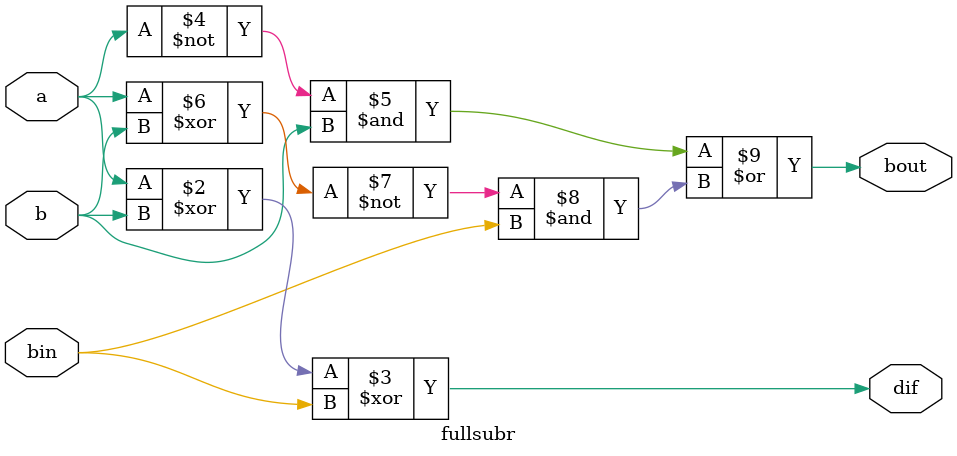
<source format=v>
module fullsubr(input  a, b, bin,output reg dif, bout);
always @(a or b or bin)
  begin 
  dif = a ^ b ^ bin; 
  bout = (~a & b) | (~(a ^ b) & bin); 
  end
endmodule

</source>
